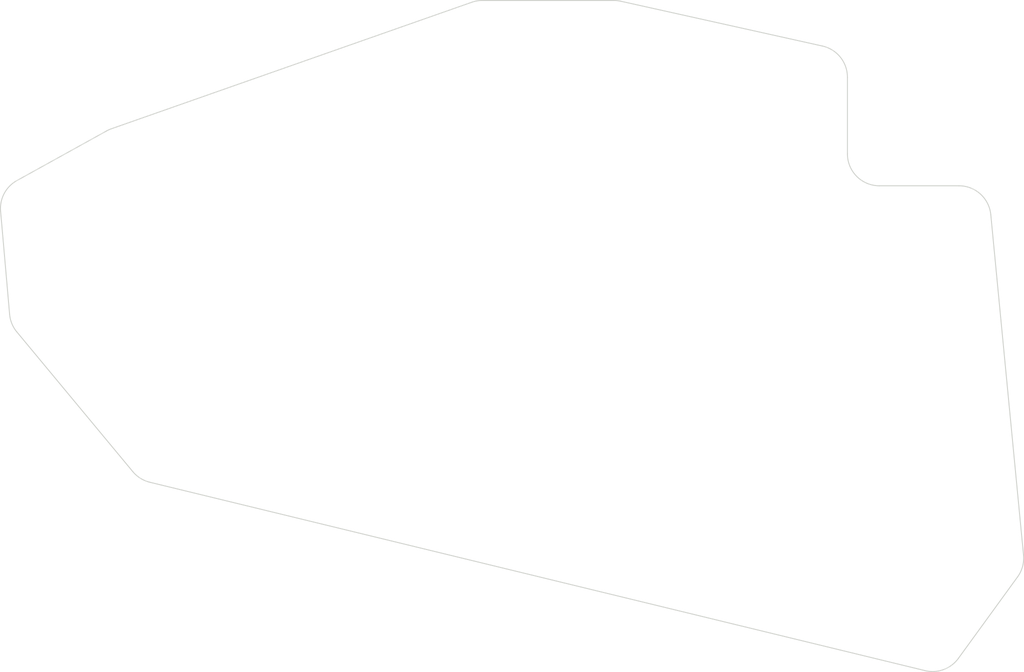
<source format=kicad_pcb>

            
(kicad_pcb (version 20171130) (host pcbnew 5.1.6)

  (page A3)
  (title_block
    (title top_plate)
    (rev 0.1)
    (company snikimonkd)
  )

  (general
    (thickness 1.6)
  )

  (layers
    (0 F.Cu signal)
    (31 B.Cu signal)
    (32 B.Adhes user)
    (33 F.Adhes user)
    (34 B.Paste user)
    (35 F.Paste user)
    (36 B.SilkS user)
    (37 F.SilkS user)
    (38 B.Mask user)
    (39 F.Mask user)
    (40 Dwgs.User user)
    (41 Cmts.User user)
    (42 Eco1.User user)
    (43 Eco2.User user)
    (44 Edge.Cuts user)
    (45 Margin user)
    (46 B.CrtYd user)
    (47 F.CrtYd user)
    (48 B.Fab user)
    (49 F.Fab user)
  )

  (setup
    (last_trace_width 0.25)
    (trace_clearance 0.2)
    (zone_clearance 0.508)
    (zone_45_only no)
    (trace_min 0.2)
    (via_size 0.8)
    (via_drill 0.4)
    (via_min_size 0.4)
    (via_min_drill 0.3)
    (uvia_size 0.3)
    (uvia_drill 0.1)
    (uvias_allowed no)
    (uvia_min_size 0.2)
    (uvia_min_drill 0.1)
    (edge_width 0.05)
    (segment_width 0.2)
    (pcb_text_width 0.3)
    (pcb_text_size 1.5 1.5)
    (mod_edge_width 0.12)
    (mod_text_size 1 1)
    (mod_text_width 0.15)
    (pad_size 1.524 1.524)
    (pad_drill 0.762)
    (pad_to_mask_clearance 0.05)
    (aux_axis_origin 0 0)
    (visible_elements FFFFFF7F)
    (pcbplotparams
      (layerselection 0x010fc_ffffffff)
      (usegerberextensions false)
      (usegerberattributes true)
      (usegerberadvancedattributes true)
      (creategerberjobfile true)
      (excludeedgelayer true)
      (linewidth 0.100000)
      (plotframeref false)
      (viasonmask false)
      (mode 1)
      (useauxorigin false)
      (hpglpennumber 1)
      (hpglpenspeed 20)
      (hpglpendiameter 15.000000)
      (psnegative false)
      (psa4output false)
      (plotreference true)
      (plotvalue true)
      (plotinvisibletext false)
      (padsonsilk false)
      (subtractmaskfromsilk false)
      (outputformat 1)
      (mirror false)
      (drillshape 1)
      (scaleselection 1)
      (outputdirectory ""))
  )

            (net 0 "")
            
  (net_class Default "This is the default net class."
    (clearance 0.2)
    (trace_width 0.25)
    (via_dia 0.8)
    (via_drill 0.4)
    (uvia_dia 0.3)
    (uvia_drill 0.1)
    (add_net "")
  )

            
            (gr_line (start 61.31986367863267 42.21203712680065) (end 117.68983576905559 22.421497868744254) (angle 90) (layer Edge.Cuts) (width 0.15))
(gr_line (start 119.34613878002892 22.1391944) (end 139.94506785000002 22.1391944) (angle 90) (layer Edge.Cuts) (width 0.15))
(gr_line (start 141.02972029823522 22.25825913294116) (end 172.57858144823524 29.269117166274498) (angle 90) (layer Edge.Cuts) (width 0.15))
(gr_line (start 176.493929 34.15005243333333) (end 176.493929 46.1391944) (angle 90) (layer Edge.Cuts) (width 0.15))
(gr_line (start 181.493929 51.1391944) (end 193.95180518988107 51.1391944) (angle 90) (layer Edge.Cuts) (width 0.15))
(gr_line (start 198.9288327889643 55.66044939046901) (end 204.05272825554002 108.92841011361475) (angle 90) (layer Edge.Cuts) (width 0.15))
(gr_line (start 203.120785561351 112.34608155404749) (end 193.86020347867228 125.092179317366) (angle 90) (layer Edge.Cuts) (width 0.15))
(gr_line (start 188.63444903903846 127.01185552942135) (end 67.3255720758104 97.53307834521183) (angle 90) (layer Edge.Cuts) (width 0.15))
(gr_line (start 64.65897357146522 95.8679892346979) (end 46.51658594031493 74.01161626613424) (angle 90) (layer Edge.Cuts) (width 0.15))
(gr_line (start 45.38288046203468 71.25388123521043) (end 43.97193773774058 55.126732089695054) (angle 90) (layer Edge.Cuts) (width 0.15))
(gr_line (start 46.53172671273776 50.31626901162441) (end 60.55498214723836 42.55504908150492) (angle 90) (layer Edge.Cuts) (width 0.15))
(gr_arc (start 119.34613878002892 27.1391944) (end 119.34613878002892 22.1391944) (angle -19.34530668609652) (layer Edge.Cuts) (width 0.15))
(gr_arc (start 139.94506785000002 27.1391944) (end 141.02972025000003 22.2582591) (angle -12.52880957353041) (layer Edge.Cuts) (width 0.15))
(gr_arc (start 171.493929 34.15005243333333) (end 176.493929 34.15005243333333) (angle -77.47119042646924) (layer Edge.Cuts) (width 0.15))
(gr_arc (start 181.493929 46.1391944) (end 176.493929 46.1391944) (angle -90) (layer Edge.Cuts) (width 0.15))
(gr_arc (start 193.95180518988107 56.1391944) (end 198.92883268988106 55.660449400000005) (angle -84.50556907035096) (layer Edge.Cuts) (width 0.15))
(gr_arc (start 199.07570065645675 109.40715512314591) (end 203.12078555645675 112.34608152314591) (angle -41.49443295161147) (layer Edge.Cuts) (width 0.15))
(gr_arc (start 189.81511857377788 122.15325288646437) (end 188.6344490737779 127.01185548646437) (angle -67.65847005151784) (layer Edge.Cuts) (width 0.15))
(gr_arc (start 68.50624161054978 92.6744757022549) (end 64.65897361054978 95.86798920225489) (angle -36.64637649965323) (layer Edge.Cuts) (width 0.15))
(gr_arc (start 50.36385397939948 70.8181027336912) (end 45.38288047939948 71.2538812336912) (angle -34.695153876338935) (layer Edge.Cuts) (width 0.15))
(gr_arc (start 48.952911255105406 54.69095358817583) (end 46.5317266551054 50.31626898817583) (angle -66.03750856029559) (layer Edge.Cuts) (width 0.15))
(gr_arc (start 62.97616668960603 46.9297336580564) (end 61.31986368960603 42.2120371580564) (angle -9.617182304138112) (layer Edge.Cuts) (width 0.15))
            
)

        
</source>
